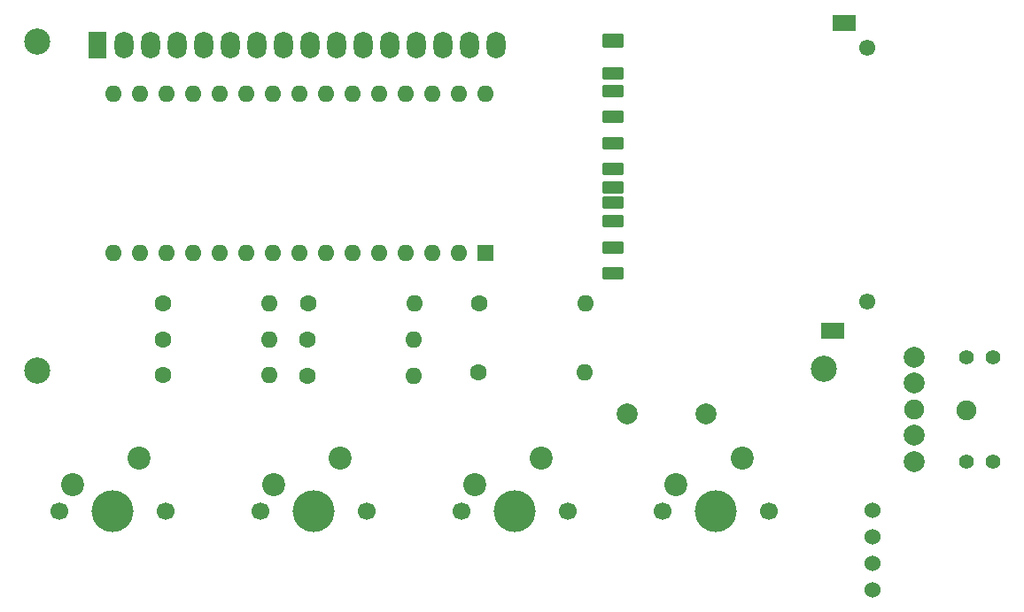
<source format=gbr>
%TF.GenerationSoftware,KiCad,Pcbnew,7.0.1*%
%TF.CreationDate,2024-03-20T11:55:58+03:00*%
%TF.ProjectId,TZXDuino,545a5844-7569-46e6-9f2e-6b696361645f,rev?*%
%TF.SameCoordinates,Original*%
%TF.FileFunction,Soldermask,Bot*%
%TF.FilePolarity,Negative*%
%FSLAX46Y46*%
G04 Gerber Fmt 4.6, Leading zero omitted, Abs format (unit mm)*
G04 Created by KiCad (PCBNEW 7.0.1) date 2024-03-20 11:55:58*
%MOMM*%
%LPD*%
G01*
G04 APERTURE LIST*
G04 Aperture macros list*
%AMRoundRect*
0 Rectangle with rounded corners*
0 $1 Rounding radius*
0 $2 $3 $4 $5 $6 $7 $8 $9 X,Y pos of 4 corners*
0 Add a 4 corners polygon primitive as box body*
4,1,4,$2,$3,$4,$5,$6,$7,$8,$9,$2,$3,0*
0 Add four circle primitives for the rounded corners*
1,1,$1+$1,$2,$3*
1,1,$1+$1,$4,$5*
1,1,$1+$1,$6,$7*
1,1,$1+$1,$8,$9*
0 Add four rect primitives between the rounded corners*
20,1,$1+$1,$2,$3,$4,$5,0*
20,1,$1+$1,$4,$5,$6,$7,0*
20,1,$1+$1,$6,$7,$8,$9,0*
20,1,$1+$1,$8,$9,$2,$3,0*%
G04 Aperture macros list end*
%ADD10C,2.500000*%
%ADD11C,1.700000*%
%ADD12C,4.000000*%
%ADD13C,2.200000*%
%ADD14R,1.800000X2.600000*%
%ADD15O,1.800000X2.600000*%
%ADD16O,1.600000X1.600000*%
%ADD17R,1.600000X1.600000*%
%ADD18C,1.600000*%
%ADD19C,1.524000*%
%ADD20C,2.000000*%
%ADD21C,1.900000*%
%ADD22C,1.400000*%
%ADD23RoundRect,0.101600X-0.900000X-0.550000X0.900000X-0.550000X0.900000X0.550000X-0.900000X0.550000X0*%
%ADD24RoundRect,0.101600X-1.000000X-0.700000X1.000000X-0.700000X1.000000X0.700000X-1.000000X0.700000X0*%
%ADD25RoundRect,0.101600X-0.900000X-0.450000X0.900000X-0.450000X0.900000X0.450000X-0.900000X0.450000X0*%
%ADD26C,1.550000*%
G04 APERTURE END LIST*
D10*
%TO.C,h2*%
X90750000Y-100800000D03*
%TD*%
%TO.C,h1*%
X90750000Y-69300000D03*
%TD*%
%TO.C,h3*%
X165950000Y-100600000D03*
%TD*%
D11*
%TO.C,SW4*%
X150515000Y-114240000D03*
D12*
X155595000Y-114240000D03*
D11*
X160675000Y-114240000D03*
D13*
X158135000Y-109160000D03*
X151785000Y-111700000D03*
%TD*%
%TO.C,SW3*%
X132567500Y-111700000D03*
X138917500Y-109160000D03*
D11*
X141457500Y-114240000D03*
D12*
X136377500Y-114240000D03*
D11*
X131297500Y-114240000D03*
%TD*%
%TO.C,SW2*%
X112079900Y-114240000D03*
D12*
X117159900Y-114240000D03*
D11*
X122239900Y-114240000D03*
D13*
X119699900Y-109160000D03*
X113349900Y-111700000D03*
%TD*%
D11*
%TO.C,SW1*%
X92862400Y-114240000D03*
D12*
X97942400Y-114240000D03*
D11*
X103022400Y-114240000D03*
D13*
X100482400Y-109160000D03*
X94132400Y-111700000D03*
%TD*%
D14*
%TO.C,U2*%
X96469200Y-69596000D03*
D15*
X99009200Y-69596000D03*
X101549200Y-69596000D03*
X104089200Y-69596000D03*
X106629200Y-69596000D03*
X109169200Y-69596000D03*
X111709200Y-69596000D03*
X114249200Y-69596000D03*
X116789200Y-69596000D03*
X119329200Y-69596000D03*
X121869200Y-69596000D03*
X124409200Y-69596000D03*
X126949200Y-69596000D03*
X129489200Y-69596000D03*
X132029200Y-69596000D03*
X134569200Y-69596000D03*
%TD*%
D16*
%TO.C,U1*%
X133604000Y-74320400D03*
X131064000Y-74320400D03*
X128524000Y-74320400D03*
X125984000Y-74320400D03*
X123444000Y-74320400D03*
X120904000Y-74320400D03*
X118364000Y-74320400D03*
X115824000Y-74320400D03*
X113284000Y-74320400D03*
X110744000Y-74320400D03*
X108204000Y-74320400D03*
X105664000Y-74320400D03*
X103124000Y-74320400D03*
X100584000Y-74320400D03*
X98044000Y-74320400D03*
X98044000Y-89560400D03*
X100584000Y-89560400D03*
X103124000Y-89560400D03*
X105664000Y-89560400D03*
X108204000Y-89560400D03*
X110744000Y-89560400D03*
X113284000Y-89560400D03*
X115824000Y-89560400D03*
X118364000Y-89560400D03*
X120904000Y-89560400D03*
X123444000Y-89560400D03*
X125984000Y-89560400D03*
X128524000Y-89560400D03*
X131064000Y-89560400D03*
D17*
X133604000Y-89560400D03*
%TD*%
D16*
%TO.C,R4*%
X112877600Y-94335600D03*
D18*
X102717600Y-94335600D03*
%TD*%
D19*
%TO.C,J3*%
X170582400Y-114122600D03*
X170582400Y-116662600D03*
X170582400Y-119202600D03*
X170582400Y-121742600D03*
%TD*%
D16*
%TO.C,R7*%
X126796800Y-94386400D03*
D18*
X116636800Y-94386400D03*
%TD*%
D16*
%TO.C,R6*%
X126746000Y-97840800D03*
D18*
X116586000Y-97840800D03*
%TD*%
D20*
%TO.C,J2*%
X154670000Y-104900000D03*
X147070000Y-104900000D03*
%TD*%
%TO.C,J5*%
X174550000Y-109500000D03*
D21*
X179510000Y-104580000D03*
D20*
X174550000Y-99500000D03*
X174550000Y-102000000D03*
D21*
X174550000Y-104500000D03*
D20*
X174550000Y-107000000D03*
D22*
X179550000Y-99500000D03*
X179550000Y-109500000D03*
X182050000Y-99500000D03*
X182050000Y-109500000D03*
%TD*%
D23*
%TO.C,J1*%
X145727600Y-69220800D03*
D24*
X167877600Y-67470800D03*
X166727600Y-96970800D03*
D25*
X145727600Y-83240800D03*
X145727600Y-91490800D03*
X145727600Y-72370800D03*
X145727600Y-74070800D03*
X145727600Y-76490800D03*
X145727600Y-78990800D03*
X145727600Y-81490800D03*
X145727600Y-84740800D03*
X145727600Y-86490800D03*
X145727600Y-88990800D03*
D26*
X170027600Y-94160800D03*
X170027600Y-69900800D03*
%TD*%
D16*
%TO.C,R8*%
X143103600Y-94386400D03*
D18*
X132943600Y-94386400D03*
%TD*%
D16*
%TO.C,R2*%
X112877600Y-101244400D03*
D18*
X102717600Y-101244400D03*
%TD*%
D16*
%TO.C,R5*%
X126695200Y-101295200D03*
D18*
X116535200Y-101295200D03*
%TD*%
D16*
%TO.C,R3*%
X112877600Y-97790000D03*
D18*
X102717600Y-97790000D03*
%TD*%
D16*
%TO.C,R1*%
X143052800Y-100990400D03*
D18*
X132892800Y-100990400D03*
%TD*%
M02*

</source>
